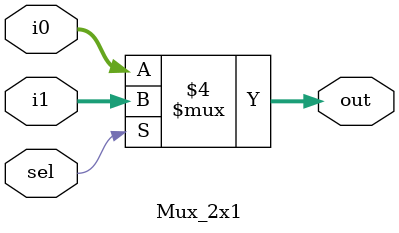
<source format=v>
module Mux_2x1 (input [7:0]i0, i1,
		input sel,
		output reg[7:0]out);
	
	always @ * 
	begin
		if (!sel)
			out = i0;
		else 
			out = i1;
	end	
endmodule
</source>
